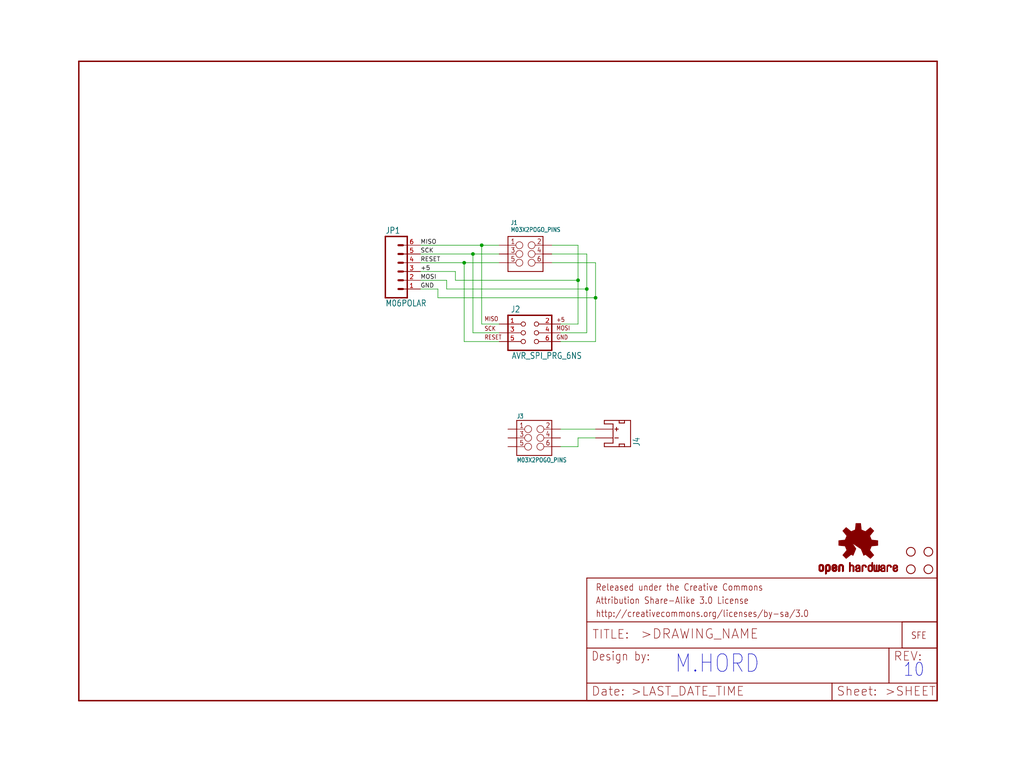
<source format=kicad_sch>
(kicad_sch (version 20211123) (generator eeschema)
  (paper "User" 297.002 223.926)
  (lib_symbols
    (symbol "eagleSchem-eagle-import:AVR_SPI_PRG_6NS"
      (property "Reference" "J" (at -4.318 5.842 0))
      (property "Value" "AVR_SPI_PRG_6NS" (at -4.064 -7.62 0))
      (symbol "AVR_SPI_PRG_6NS_1_0"
        (text "+5" (at 8.89 3.048 0) (effects (font (size 1.27 1.0795)) (justify left bottom)))
        (text "GND" (at 8.89 -2.032 0) (effects (font (size 1.27 1.0795)) (justify left bottom)))
        (text "MISO" (at -11.938 3.302 0) (effects (font (size 1.27 1.0795)) (justify left bottom)))
        (text "MOSI" (at 8.89 0.635 0) (effects (font (size 1.27 1.0795)) (justify left bottom)))
        (text "RESET" (at -11.938 -2.032 0) (effects (font (size 1.27 1.0795)) (justify left bottom)))
        (text "SCK" (at -11.938 0.508 0) (effects (font (size 1.27 1.0795)) (justify left bottom)))
        (pin passive inverted (at -7.62 2.54 0) (length 7.62) (name "1") (number "1"))
        (pin passive inverted (at 10.16 2.54 180) (length 7.62) (name "2") (number "2"))
        (pin passive inverted (at -7.62 0 0) (length 7.62) (name "3") (number "3"))
        (pin passive inverted (at 10.16 0 180) (length 7.62) (name "4") (number "4"))
        (pin passive inverted (at -7.62 -2.54 0) (length 7.62) (name "5") (number "5"))
        (pin passive inverted (at 10.16 -2.54 180) (length 7.62) (name "6") (number "6"))
      )
    )
    (symbol "eagleSchem-eagle-import:FRAME-LETTER"
      (symbol "FRAME-LETTER_2_0"
        (text ">DRAWING_NAME" (at 15.494 17.78 0) (effects (font (size 2.7432 2.7432)) (justify left bottom)))
        (text ">LAST_DATE_TIME" (at 12.7 1.27 0) (effects (font (size 2.54 2.54)) (justify left bottom)))
        (text ">SHEET" (at 86.36 1.27 0) (effects (font (size 2.54 2.54)) (justify left bottom)))
        (text "Attribution Share-Alike 3.0 License" (at 2.54 27.94 0) (effects (font (size 1.9304 1.6408)) (justify left bottom)))
        (text "Date:" (at 1.27 1.27 0) (effects (font (size 2.54 2.54)) (justify left bottom)))
        (text "Design by:" (at 1.27 11.43 0) (effects (font (size 2.54 2.159)) (justify left bottom)))
        (text "http://creativecommons.org/licenses/by-sa/3.0" (at 2.54 24.13 0) (effects (font (size 1.9304 1.6408)) (justify left bottom)))
        (text "Released under the Creative Commons" (at 2.54 31.75 0) (effects (font (size 1.9304 1.6408)) (justify left bottom)))
        (text "REV:" (at 88.9 11.43 0) (effects (font (size 2.54 2.54)) (justify left bottom)))
        (text "Sheet:" (at 72.39 1.27 0) (effects (font (size 2.54 2.54)) (justify left bottom)))
        (text "TITLE:" (at 1.524 17.78 0) (effects (font (size 2.54 2.54)) (justify left bottom)))
      )
    )
    (symbol "eagleSchem-eagle-import:JST_2MM_MALE"
      (property "Reference" "J" (at -2.54 5.842 0))
      (symbol "JST_2MM_MALE_1_0"
        (pin bidirectional line (at 0 -5.08 90) (length 5.08) (name "-") (number "1"))
        (pin bidirectional line (at 2.54 -5.08 90) (length 5.08) (name "+") (number "2"))
        (pin bidirectional line (at -2.54 2.54 90) (length 0) (name "PAD1") (number "NC1"))
        (pin bidirectional line (at 5.08 2.54 90) (length 0) (name "PAD2") (number "NC2"))
      )
    )
    (symbol "eagleSchem-eagle-import:LOGO-SFENW2"
      (symbol "LOGO-SFENW2_1_0"
        (text "SFE" (at 0 0 0) (effects (font (size 1.9304 1.6408)) (justify left bottom)))
      )
    )
    (symbol "eagleSchem-eagle-import:M03X2POGO_PINS"
      (property "Reference" "JP" (at -5.08 5.588 0))
      (property "Value" "M03X2POGO_PINS" (at -5.08 -7.112 0))
      (symbol "M03X2POGO_PINS_1_0"
        (text "1" (at -4.318 2.794 0) (effects (font (size 1.4224 1.209)) (justify left bottom)))
        (text "2" (at 3.302 2.794 0) (effects (font (size 1.4224 1.209)) (justify left bottom)))
        (text "3" (at -4.318 0.254 0) (effects (font (size 1.4224 1.209)) (justify left bottom)))
        (text "4" (at 3.302 0.254 0) (effects (font (size 1.4224 1.209)) (justify left bottom)))
        (text "5" (at -4.318 -2.286 0) (effects (font (size 1.4224 1.209)) (justify left bottom)))
        (text "6" (at 3.302 -2.286 0) (effects (font (size 1.4224 1.209)) (justify left bottom)))
        (pin bidirectional line (at -7.62 2.54 0) (length 2.54) (name "1") (number "P$1"))
        (pin bidirectional line (at 7.62 2.54 180) (length 2.54) (name "2") (number "P$2"))
        (pin bidirectional line (at -7.62 0 0) (length 2.54) (name "3") (number "P$3"))
        (pin bidirectional line (at 7.62 0 180) (length 2.54) (name "4") (number "P$4"))
        (pin bidirectional line (at -7.62 -2.54 0) (length 2.54) (name "5") (number "P$5"))
        (pin bidirectional line (at 7.62 -2.54 180) (length 2.54) (name "6") (number "P$6"))
      )
    )
    (symbol "eagleSchem-eagle-import:M06POLAR"
      (property "Reference" "JP" (at -5.08 10.922 0))
      (property "Value" "M06POLAR" (at -5.08 -10.16 0))
      (symbol "M06POLAR_1_0"
        (pin passive line (at 5.08 -5.08 180) (length 5.08) (name "1") (number "1"))
        (pin passive line (at 5.08 -2.54 180) (length 5.08) (name "2") (number "2"))
        (pin passive line (at 5.08 0 180) (length 5.08) (name "3") (number "3"))
        (pin passive line (at 5.08 2.54 180) (length 5.08) (name "4") (number "4"))
        (pin passive line (at 5.08 5.08 180) (length 5.08) (name "5") (number "5"))
        (pin passive line (at 5.08 7.62 180) (length 5.08) (name "6") (number "6"))
      )
    )
    (symbol "eagleSchem-eagle-import:OSHW-LOGOS")
    (symbol "eagleSchem-eagle-import:STAND-OFF")
  )
  (junction (at 134.62 76.2))
  (junction (at 172.72 86.36))
  (junction (at 137.16 73.66))
  (junction (at 167.64 81.28))
  (junction (at 170.18 83.82))
  (junction (at 139.7 71.12))
  (wire (pts (xy 139.7 71.12) (xy 139.7 93.98)))
  (wire (pts (xy 172.72 127) (xy 167.64 127)))
  (wire (pts (xy 167.64 81.28) (xy 167.64 93.98)))
  (wire (pts (xy 160.02 76.2) (xy 172.72 76.2)))
  (wire (pts (xy 139.7 71.12) (xy 121.92 71.12)))
  (wire (pts (xy 167.64 93.98) (xy 162.56 93.98)))
  (wire (pts (xy 160.02 71.12) (xy 167.64 71.12)))
  (wire (pts (xy 144.78 71.12) (xy 139.7 71.12)))
  (wire (pts (xy 132.08 81.28) (xy 167.64 81.28)))
  (wire (pts (xy 167.64 127) (xy 167.64 129.54)))
  (wire (pts (xy 134.62 99.06) (xy 144.78 99.06)))
  (wire (pts (xy 167.64 71.12) (xy 167.64 81.28)))
  (wire (pts (xy 144.78 73.66) (xy 137.16 73.66)))
  (wire (pts (xy 137.16 73.66) (xy 137.16 96.52)))
  (wire (pts (xy 170.18 96.52) (xy 162.56 96.52)))
  (wire (pts (xy 160.02 73.66) (xy 170.18 73.66)))
  (wire (pts (xy 127 86.36) (xy 172.72 86.36)))
  (wire (pts (xy 170.18 73.66) (xy 170.18 83.82)))
  (wire (pts (xy 134.62 76.2) (xy 121.92 76.2)))
  (wire (pts (xy 134.62 76.2) (xy 134.62 99.06)))
  (wire (pts (xy 170.18 83.82) (xy 170.18 96.52)))
  (wire (pts (xy 172.72 86.36) (xy 172.72 99.06)))
  (wire (pts (xy 172.72 76.2) (xy 172.72 86.36)))
  (wire (pts (xy 172.72 99.06) (xy 162.56 99.06)))
  (wire (pts (xy 137.16 73.66) (xy 121.92 73.66)))
  (wire (pts (xy 172.72 124.46) (xy 162.56 124.46)))
  (wire (pts (xy 127 83.82) (xy 127 86.36)))
  (wire (pts (xy 139.7 93.98) (xy 144.78 93.98)))
  (wire (pts (xy 129.54 81.28) (xy 129.54 83.82)))
  (wire (pts (xy 121.92 83.82) (xy 127 83.82)))
  (wire (pts (xy 132.08 78.74) (xy 132.08 81.28)))
  (wire (pts (xy 137.16 96.52) (xy 144.78 96.52)))
  (wire (pts (xy 121.92 81.28) (xy 129.54 81.28)))
  (wire (pts (xy 167.64 129.54) (xy 162.56 129.54)))
  (wire (pts (xy 129.54 83.82) (xy 170.18 83.82)))
  (wire (pts (xy 144.78 76.2) (xy 134.62 76.2)))
  (wire (pts (xy 121.92 78.74) (xy 132.08 78.74)))
  (text "10" (at 261.874 196.596 180) (effects (font (size 3.81 3.2385)) (justify left bottom)))
  (text "M.HORD" (at 195.58 195.58 180) (effects (font (size 5.08 4.318)) (justify left bottom)))
  (label "RESET" (at 121.92 76.2 0) (effects (font (size 1.2446 1.2446))))
  (label "+5" (at 121.92 78.74 0) (effects (font (size 1.2446 1.2446))))
  (label "MOSI" (at 121.92 81.28 0) (effects (font (size 1.2446 1.2446))))
  (label "MISO" (at 121.92 71.12 0) (effects (font (size 1.2446 1.2446))))
  (label "SCK" (at 121.92 73.66 0) (effects (font (size 1.2446 1.2446))))
  (label "GND" (at 121.92 83.82 0) (effects (font (size 1.2446 1.2446))))
  (symbol (lib_id "eagleSchem-eagle-import:FRAME-LETTER") (at 170.18 203.2 0) (unit 2)
    (property "Reference" "FRAME1" (effects hide))
    (property "Value" "FRAME-LETTER" (effects hide))
    (property "Footprint" "eagleSchem:CREATIVE_COMMONS" (effects hide))
  )
  (symbol (lib_id "eagleSchem-eagle-import:LOGO-SFENW2") (at 264.16 185.42 0) (unit 1)
    (property "Reference" "JP6" (effects hide))
    (property "Value" "LOGO-SFENW2" (effects hide))
    (property "Footprint" "eagleSchem:SFE-NEW-WEB" (effects hide))
  )
  (symbol (lib_id "eagleSchem-eagle-import:M06POLAR") (at 116.84 78.74 0) (unit 1)
    (property "Reference" "JP1" (at 111.76 67.818 0) (effects (font (size 1.778 1.5113)) (justify left bottom)))
    (property "Value" "M06POLAR" (at 111.76 88.9 0) (effects (font (size 1.778 1.5113)) (justify left bottom)))
    (property "Footprint" "eagleSchem:MOLEX-1X6" (effects hide))
  )
  (symbol (lib_id "eagleSchem-eagle-import:M03X2POGO_PINS") (at 152.4 73.66 0) (unit 1)
    (property "Reference" "J1" (at 148.082 65.278 0) (effects (font (size 1.27 1.0795)) (justify left bottom)))
    (property "Value" "M03X2POGO_PINS" (at 148.082 67.31 0) (effects (font (size 1.27 1.0795)) (justify left bottom)))
    (property "Footprint" "eagleSchem:2X3_POGO" (effects hide))
  )
  (symbol (lib_id "eagleSchem-eagle-import:OSHW-LOGOS") (at 248.92 157.48 0) (unit 1)
    (property "Reference" "U$1" (effects hide))
    (property "Value" "OSHW-LOGOS" (effects hide))
    (property "Footprint" "eagleSchem:OSHW-LOGO-S" (effects hide))
  )
  (symbol (lib_id "eagleSchem-eagle-import:STAND-OFF") (at 269.24 165.1 0) (unit 1)
    (property "Reference" "JP2" (effects hide))
    (property "Value" "STAND-OFF" (effects hide))
    (property "Footprint" "eagleSchem:STAND-OFF" (effects hide))
  )
  (symbol (lib_id "eagleSchem-eagle-import:STAND-OFF") (at 264.16 160.02 0) (unit 1)
    (property "Reference" "JP4" (effects hide))
    (property "Value" "STAND-OFF" (effects hide))
    (property "Footprint" "eagleSchem:STAND-OFF" (effects hide))
  )
  (symbol (lib_id "eagleSchem-eagle-import:JST_2MM_MALE") (at 177.8 127 270) (mirror x) (unit 1)
    (property "Reference" "J4" (at 183.642 129.54 0) (effects (font (size 1.778 1.5113)) (justify left bottom)))
    (property "Value" "JST_2MM_MALE" (effects hide))
    (property "Footprint" "eagleSchem:JST-2-SMD" (effects hide))
  )
  (symbol (lib_id "eagleSchem-eagle-import:STAND-OFF") (at 269.24 160.02 0) (unit 1)
    (property "Reference" "JP3" (effects hide))
    (property "Value" "STAND-OFF" (effects hide))
    (property "Footprint" "eagleSchem:STAND-OFF" (effects hide))
  )
  (symbol (lib_id "eagleSchem-eagle-import:FRAME-LETTER") (at 22.86 203.2 0) (unit 1)
    (property "Reference" "FRAME1" (effects hide))
    (property "Value" "FRAME-LETTER" (effects hide))
    (property "Footprint" "eagleSchem:CREATIVE_COMMONS" (effects hide))
  )
  (symbol (lib_id "eagleSchem-eagle-import:AVR_SPI_PRG_6NS") (at 152.4 96.52 0) (unit 1)
    (property "Reference" "J2" (at 148.082 90.678 0) (effects (font (size 1.778 1.5113)) (justify left bottom)))
    (property "Value" "AVR_SPI_PRG_6NS" (at 148.336 104.14 0) (effects (font (size 1.778 1.5113)) (justify left bottom)))
    (property "Footprint" "eagleSchem:2X3-NS" (effects hide))
  )
  (symbol (lib_id "eagleSchem-eagle-import:M03X2POGO_PINS") (at 154.94 127 0) (unit 1)
    (property "Reference" "J3" (at 149.86 121.412 0) (effects (font (size 1.27 1.0795)) (justify left bottom)))
    (property "Value" "M03X2POGO_PINS" (at 149.86 134.112 0) (effects (font (size 1.27 1.0795)) (justify left bottom)))
    (property "Footprint" "eagleSchem:2X3_POGO" (effects hide))
  )
  (symbol (lib_id "eagleSchem-eagle-import:STAND-OFF") (at 264.16 165.1 0) (unit 1)
    (property "Reference" "JP5" (effects hide))
    (property "Value" "STAND-OFF" (effects hide))
    (property "Footprint" "eagleSchem:STAND-OFF" (effects hide))
  )
)
</source>
